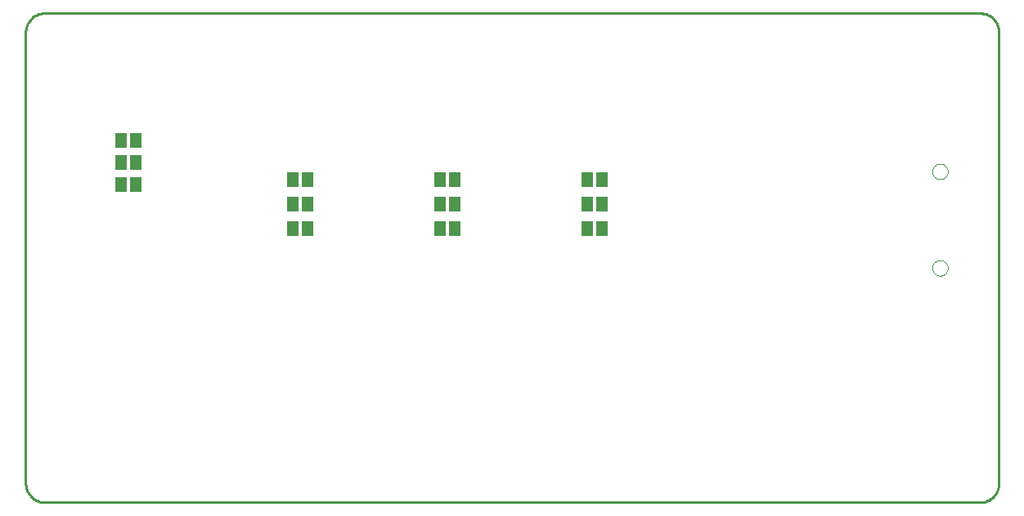
<source format=gbp>
G75*
G70*
%OFA0B0*%
%FSLAX24Y24*%
%IPPOS*%
%LPD*%
%AMOC8*
5,1,8,0,0,1.08239X$1,22.5*
%
%ADD10C,0.0100*%
%ADD11C,0.0000*%
%ADD12R,0.0460X0.0630*%
D10*
X002785Y001429D02*
X002785Y019835D01*
X002787Y019889D01*
X002792Y019942D01*
X002801Y019995D01*
X002814Y020047D01*
X002830Y020099D01*
X002850Y020149D01*
X002873Y020197D01*
X002900Y020244D01*
X002929Y020289D01*
X002962Y020332D01*
X002997Y020372D01*
X003035Y020410D01*
X003075Y020445D01*
X003118Y020478D01*
X003163Y020507D01*
X003210Y020534D01*
X003258Y020557D01*
X003308Y020577D01*
X003360Y020593D01*
X003412Y020606D01*
X003465Y020615D01*
X003518Y020620D01*
X003572Y020622D01*
X041663Y020622D01*
X041717Y020620D01*
X041770Y020615D01*
X041823Y020606D01*
X041875Y020593D01*
X041927Y020577D01*
X041977Y020557D01*
X042025Y020534D01*
X042072Y020507D01*
X042117Y020478D01*
X042160Y020445D01*
X042200Y020410D01*
X042238Y020372D01*
X042273Y020332D01*
X042306Y020289D01*
X042335Y020244D01*
X042362Y020197D01*
X042385Y020149D01*
X042405Y020099D01*
X042421Y020047D01*
X042434Y019995D01*
X042443Y019942D01*
X042448Y019889D01*
X042450Y019835D01*
X042450Y001429D01*
X042448Y001375D01*
X042443Y001322D01*
X042434Y001269D01*
X042421Y001217D01*
X042405Y001165D01*
X042385Y001115D01*
X042362Y001067D01*
X042335Y001020D01*
X042306Y000975D01*
X042273Y000932D01*
X042238Y000892D01*
X042200Y000854D01*
X042160Y000819D01*
X042117Y000786D01*
X042072Y000757D01*
X042025Y000730D01*
X041977Y000707D01*
X041927Y000687D01*
X041875Y000671D01*
X041823Y000658D01*
X041770Y000649D01*
X041717Y000644D01*
X041663Y000642D01*
X003572Y000642D01*
X003518Y000644D01*
X003465Y000649D01*
X003412Y000658D01*
X003360Y000671D01*
X003308Y000687D01*
X003258Y000707D01*
X003210Y000730D01*
X003163Y000757D01*
X003118Y000786D01*
X003075Y000819D01*
X003035Y000854D01*
X002997Y000892D01*
X002962Y000932D01*
X002929Y000975D01*
X002900Y001020D01*
X002873Y001067D01*
X002850Y001115D01*
X002830Y001165D01*
X002814Y001217D01*
X002801Y001269D01*
X002792Y001322D01*
X002787Y001375D01*
X002785Y001429D01*
D11*
X039739Y010219D02*
X039741Y010254D01*
X039747Y010289D01*
X039757Y010323D01*
X039770Y010356D01*
X039787Y010387D01*
X039808Y010415D01*
X039831Y010442D01*
X039858Y010465D01*
X039886Y010486D01*
X039917Y010503D01*
X039950Y010516D01*
X039984Y010526D01*
X040019Y010532D01*
X040054Y010534D01*
X040089Y010532D01*
X040124Y010526D01*
X040158Y010516D01*
X040191Y010503D01*
X040222Y010486D01*
X040250Y010465D01*
X040277Y010442D01*
X040300Y010415D01*
X040321Y010387D01*
X040338Y010356D01*
X040351Y010323D01*
X040361Y010289D01*
X040367Y010254D01*
X040369Y010219D01*
X040367Y010184D01*
X040361Y010149D01*
X040351Y010115D01*
X040338Y010082D01*
X040321Y010051D01*
X040300Y010023D01*
X040277Y009996D01*
X040250Y009973D01*
X040222Y009952D01*
X040191Y009935D01*
X040158Y009922D01*
X040124Y009912D01*
X040089Y009906D01*
X040054Y009904D01*
X040019Y009906D01*
X039984Y009912D01*
X039950Y009922D01*
X039917Y009935D01*
X039886Y009952D01*
X039858Y009973D01*
X039831Y009996D01*
X039808Y010023D01*
X039787Y010051D01*
X039770Y010082D01*
X039757Y010115D01*
X039747Y010149D01*
X039741Y010184D01*
X039739Y010219D01*
X039739Y014156D02*
X039741Y014191D01*
X039747Y014226D01*
X039757Y014260D01*
X039770Y014293D01*
X039787Y014324D01*
X039808Y014352D01*
X039831Y014379D01*
X039858Y014402D01*
X039886Y014423D01*
X039917Y014440D01*
X039950Y014453D01*
X039984Y014463D01*
X040019Y014469D01*
X040054Y014471D01*
X040089Y014469D01*
X040124Y014463D01*
X040158Y014453D01*
X040191Y014440D01*
X040222Y014423D01*
X040250Y014402D01*
X040277Y014379D01*
X040300Y014352D01*
X040321Y014324D01*
X040338Y014293D01*
X040351Y014260D01*
X040361Y014226D01*
X040367Y014191D01*
X040369Y014156D01*
X040367Y014121D01*
X040361Y014086D01*
X040351Y014052D01*
X040338Y014019D01*
X040321Y013988D01*
X040300Y013960D01*
X040277Y013933D01*
X040250Y013910D01*
X040222Y013889D01*
X040191Y013872D01*
X040158Y013859D01*
X040124Y013849D01*
X040089Y013843D01*
X040054Y013841D01*
X040019Y013843D01*
X039984Y013849D01*
X039950Y013859D01*
X039917Y013872D01*
X039886Y013889D01*
X039858Y013910D01*
X039831Y013933D01*
X039808Y013960D01*
X039787Y013988D01*
X039770Y014019D01*
X039757Y014052D01*
X039747Y014086D01*
X039741Y014121D01*
X039739Y014156D01*
D12*
X026280Y013837D03*
X025680Y013837D03*
X025680Y012837D03*
X026280Y012837D03*
X026280Y011837D03*
X025680Y011837D03*
X020280Y011837D03*
X019680Y011837D03*
X019680Y012837D03*
X020280Y012837D03*
X020280Y013837D03*
X019680Y013837D03*
X014280Y013837D03*
X013680Y013837D03*
X013680Y012837D03*
X014280Y012837D03*
X014280Y011837D03*
X013680Y011837D03*
X007280Y013637D03*
X006680Y013637D03*
X006680Y014537D03*
X007280Y014537D03*
X007280Y015437D03*
X006680Y015437D03*
M02*

</source>
